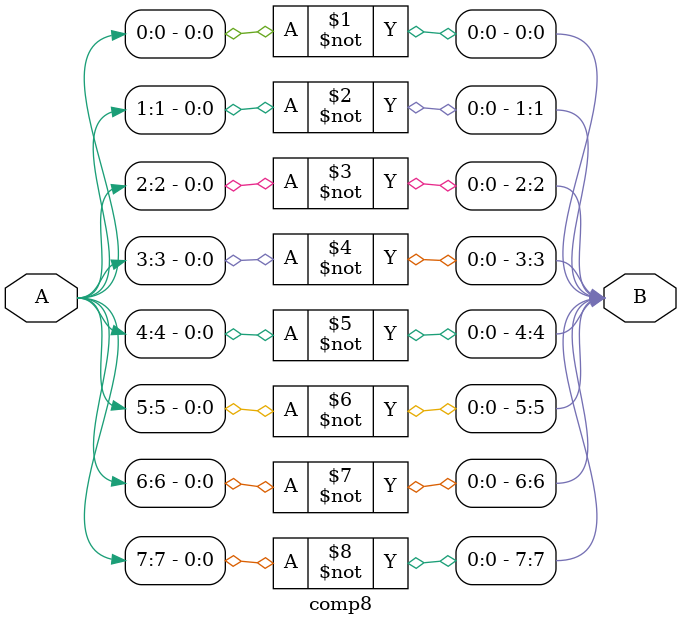
<source format=v>
module comp8(B, A);

    input [7:0]A;
    output [7:0]B;

    not x0(B[0],A[0]);
    not x1(B[1],A[1]);
    not x2(B[2],A[2]);
    not x3(B[3],A[3]);
    not x4(B[4],A[4]);
    not x5(B[5],A[5]);
    not x6(B[6],A[6]);
    not x7(B[7],A[7]);

endmodule
</source>
